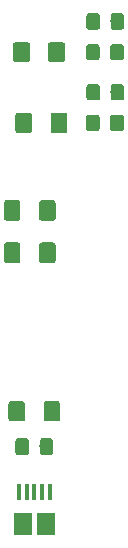
<source format=gbr>
G04 #@! TF.GenerationSoftware,KiCad,Pcbnew,6.0.0-unknown-ea0edab~86~ubuntu18.04.1*
G04 #@! TF.CreationDate,2019-07-07T14:50:01+02:00*
G04 #@! TF.ProjectId,interface,696e7465-7266-4616-9365-2e6b69636164,rev?*
G04 #@! TF.SameCoordinates,Original*
G04 #@! TF.FileFunction,Paste,Top*
G04 #@! TF.FilePolarity,Positive*
%FSLAX46Y46*%
G04 Gerber Fmt 4.6, Leading zero omitted, Abs format (unit mm)*
G04 Created by KiCad (PCBNEW 6.0.0-unknown-ea0edab~86~ubuntu18.04.1) date 2019-07-07 14:50:01*
%MOMM*%
%LPD*%
G04 APERTURE LIST*
%ADD10C,0.100000*%
%ADD11C,1.425000*%
%ADD12R,1.500000X1.900000*%
%ADD13R,0.400000X1.350000*%
%ADD14C,1.150000*%
G04 APERTURE END LIST*
D10*
G36*
X101670671Y-93744030D02*
G01*
X101751777Y-93798223D01*
X101805970Y-93879329D01*
X101825000Y-93975000D01*
X101825000Y-95225000D01*
X101805970Y-95320671D01*
X101751777Y-95401777D01*
X101670671Y-95455970D01*
X101575000Y-95475000D01*
X100650000Y-95475000D01*
X100554329Y-95455970D01*
X100473223Y-95401777D01*
X100419030Y-95320671D01*
X100400000Y-95225000D01*
X100400000Y-93975000D01*
X100419030Y-93879329D01*
X100473223Y-93798223D01*
X100554329Y-93744030D01*
X100650000Y-93725000D01*
X101575000Y-93725000D01*
X101670671Y-93744030D01*
X101670671Y-93744030D01*
G37*
D11*
X101112500Y-94600000D03*
D10*
G36*
X104645671Y-93744030D02*
G01*
X104726777Y-93798223D01*
X104780970Y-93879329D01*
X104800000Y-93975000D01*
X104800000Y-95225000D01*
X104780970Y-95320671D01*
X104726777Y-95401777D01*
X104645671Y-95455970D01*
X104550000Y-95475000D01*
X103625000Y-95475000D01*
X103529329Y-95455970D01*
X103448223Y-95401777D01*
X103394030Y-95320671D01*
X103375000Y-95225000D01*
X103375000Y-93975000D01*
X103394030Y-93879329D01*
X103448223Y-93798223D01*
X103529329Y-93744030D01*
X103625000Y-93725000D01*
X104550000Y-93725000D01*
X104645671Y-93744030D01*
X104645671Y-93744030D01*
G37*
D11*
X104087500Y-94600000D03*
D12*
X102000000Y-117537500D03*
D13*
X103000000Y-114837500D03*
X103650000Y-114837500D03*
X104300000Y-114837500D03*
X101700000Y-114837500D03*
X102350000Y-114837500D03*
D12*
X104000000Y-117537500D03*
D10*
G36*
X110445671Y-80319030D02*
G01*
X110526777Y-80373223D01*
X110580970Y-80454329D01*
X110600000Y-80549999D01*
X110600000Y-81450001D01*
X110580970Y-81545671D01*
X110526777Y-81626777D01*
X110445671Y-81680970D01*
X110350001Y-81700000D01*
X109699999Y-81700000D01*
X109604329Y-81680970D01*
X109523223Y-81626777D01*
X109469030Y-81545671D01*
X109450000Y-81450001D01*
X109450000Y-80549999D01*
X109469030Y-80454329D01*
X109523223Y-80373223D01*
X109604329Y-80319030D01*
X109699999Y-80300000D01*
X110350001Y-80300000D01*
X110445671Y-80319030D01*
X110445671Y-80319030D01*
G37*
D14*
X110025000Y-81000000D03*
D10*
G36*
X108395671Y-80319030D02*
G01*
X108476777Y-80373223D01*
X108530970Y-80454329D01*
X108550000Y-80549999D01*
X108550000Y-81450001D01*
X108530970Y-81545671D01*
X108476777Y-81626777D01*
X108395671Y-81680970D01*
X108300001Y-81700000D01*
X107649999Y-81700000D01*
X107554329Y-81680970D01*
X107473223Y-81626777D01*
X107419030Y-81545671D01*
X107400000Y-81450001D01*
X107400000Y-80549999D01*
X107419030Y-80454329D01*
X107473223Y-80373223D01*
X107554329Y-80319030D01*
X107649999Y-80300000D01*
X108300001Y-80300000D01*
X108395671Y-80319030D01*
X108395671Y-80319030D01*
G37*
D14*
X107975000Y-81000000D03*
D10*
G36*
X108370671Y-82919030D02*
G01*
X108451777Y-82973223D01*
X108505970Y-83054329D01*
X108525000Y-83149999D01*
X108525000Y-84050001D01*
X108505970Y-84145671D01*
X108451777Y-84226777D01*
X108370671Y-84280970D01*
X108275001Y-84300000D01*
X107624999Y-84300000D01*
X107529329Y-84280970D01*
X107448223Y-84226777D01*
X107394030Y-84145671D01*
X107375000Y-84050001D01*
X107375000Y-83149999D01*
X107394030Y-83054329D01*
X107448223Y-82973223D01*
X107529329Y-82919030D01*
X107624999Y-82900000D01*
X108275001Y-82900000D01*
X108370671Y-82919030D01*
X108370671Y-82919030D01*
G37*
D14*
X107950000Y-83600000D03*
D10*
G36*
X110420671Y-82919030D02*
G01*
X110501777Y-82973223D01*
X110555970Y-83054329D01*
X110575000Y-83149999D01*
X110575000Y-84050001D01*
X110555970Y-84145671D01*
X110501777Y-84226777D01*
X110420671Y-84280970D01*
X110325001Y-84300000D01*
X109674999Y-84300000D01*
X109579329Y-84280970D01*
X109498223Y-84226777D01*
X109444030Y-84145671D01*
X109425000Y-84050001D01*
X109425000Y-83149999D01*
X109444030Y-83054329D01*
X109498223Y-82973223D01*
X109579329Y-82919030D01*
X109674999Y-82900000D01*
X110325001Y-82900000D01*
X110420671Y-82919030D01*
X110420671Y-82919030D01*
G37*
D14*
X110000000Y-83600000D03*
D10*
G36*
X110420671Y-76919030D02*
G01*
X110501777Y-76973223D01*
X110555970Y-77054329D01*
X110575000Y-77149999D01*
X110575000Y-78050001D01*
X110555970Y-78145671D01*
X110501777Y-78226777D01*
X110420671Y-78280970D01*
X110325001Y-78300000D01*
X109674999Y-78300000D01*
X109579329Y-78280970D01*
X109498223Y-78226777D01*
X109444030Y-78145671D01*
X109425000Y-78050001D01*
X109425000Y-77149999D01*
X109444030Y-77054329D01*
X109498223Y-76973223D01*
X109579329Y-76919030D01*
X109674999Y-76900000D01*
X110325001Y-76900000D01*
X110420671Y-76919030D01*
X110420671Y-76919030D01*
G37*
D14*
X110000000Y-77600000D03*
D10*
G36*
X108370671Y-76919030D02*
G01*
X108451777Y-76973223D01*
X108505970Y-77054329D01*
X108525000Y-77149999D01*
X108525000Y-78050001D01*
X108505970Y-78145671D01*
X108451777Y-78226777D01*
X108370671Y-78280970D01*
X108275001Y-78300000D01*
X107624999Y-78300000D01*
X107529329Y-78280970D01*
X107448223Y-78226777D01*
X107394030Y-78145671D01*
X107375000Y-78050001D01*
X107375000Y-77149999D01*
X107394030Y-77054329D01*
X107448223Y-76973223D01*
X107529329Y-76919030D01*
X107624999Y-76900000D01*
X108275001Y-76900000D01*
X108370671Y-76919030D01*
X108370671Y-76919030D01*
G37*
D14*
X107950000Y-77600000D03*
D10*
G36*
X108395671Y-74319030D02*
G01*
X108476777Y-74373223D01*
X108530970Y-74454329D01*
X108550000Y-74549999D01*
X108550000Y-75450001D01*
X108530970Y-75545671D01*
X108476777Y-75626777D01*
X108395671Y-75680970D01*
X108300001Y-75700000D01*
X107649999Y-75700000D01*
X107554329Y-75680970D01*
X107473223Y-75626777D01*
X107419030Y-75545671D01*
X107400000Y-75450001D01*
X107400000Y-74549999D01*
X107419030Y-74454329D01*
X107473223Y-74373223D01*
X107554329Y-74319030D01*
X107649999Y-74300000D01*
X108300001Y-74300000D01*
X108395671Y-74319030D01*
X108395671Y-74319030D01*
G37*
D14*
X107975000Y-75000000D03*
D10*
G36*
X110445671Y-74319030D02*
G01*
X110526777Y-74373223D01*
X110580970Y-74454329D01*
X110600000Y-74549999D01*
X110600000Y-75450001D01*
X110580970Y-75545671D01*
X110526777Y-75626777D01*
X110445671Y-75680970D01*
X110350001Y-75700000D01*
X109699999Y-75700000D01*
X109604329Y-75680970D01*
X109523223Y-75626777D01*
X109469030Y-75545671D01*
X109450000Y-75450001D01*
X109450000Y-74549999D01*
X109469030Y-74454329D01*
X109523223Y-74373223D01*
X109604329Y-74319030D01*
X109699999Y-74300000D01*
X110350001Y-74300000D01*
X110445671Y-74319030D01*
X110445671Y-74319030D01*
G37*
D14*
X110025000Y-75000000D03*
D10*
G36*
X105045671Y-107144030D02*
G01*
X105126777Y-107198223D01*
X105180970Y-107279329D01*
X105200000Y-107375000D01*
X105200000Y-108625000D01*
X105180970Y-108720671D01*
X105126777Y-108801777D01*
X105045671Y-108855970D01*
X104950000Y-108875000D01*
X104025000Y-108875000D01*
X103929329Y-108855970D01*
X103848223Y-108801777D01*
X103794030Y-108720671D01*
X103775000Y-108625000D01*
X103775000Y-107375000D01*
X103794030Y-107279329D01*
X103848223Y-107198223D01*
X103929329Y-107144030D01*
X104025000Y-107125000D01*
X104950000Y-107125000D01*
X105045671Y-107144030D01*
X105045671Y-107144030D01*
G37*
D11*
X104487500Y-108000000D03*
D10*
G36*
X102070671Y-107144030D02*
G01*
X102151777Y-107198223D01*
X102205970Y-107279329D01*
X102225000Y-107375000D01*
X102225000Y-108625000D01*
X102205970Y-108720671D01*
X102151777Y-108801777D01*
X102070671Y-108855970D01*
X101975000Y-108875000D01*
X101050000Y-108875000D01*
X100954329Y-108855970D01*
X100873223Y-108801777D01*
X100819030Y-108720671D01*
X100800000Y-108625000D01*
X100800000Y-107375000D01*
X100819030Y-107279329D01*
X100873223Y-107198223D01*
X100954329Y-107144030D01*
X101050000Y-107125000D01*
X101975000Y-107125000D01*
X102070671Y-107144030D01*
X102070671Y-107144030D01*
G37*
D11*
X101512500Y-108000000D03*
D10*
G36*
X104445671Y-110319030D02*
G01*
X104526777Y-110373223D01*
X104580970Y-110454329D01*
X104600000Y-110549999D01*
X104600000Y-111450001D01*
X104580970Y-111545671D01*
X104526777Y-111626777D01*
X104445671Y-111680970D01*
X104350001Y-111700000D01*
X103699999Y-111700000D01*
X103604329Y-111680970D01*
X103523223Y-111626777D01*
X103469030Y-111545671D01*
X103450000Y-111450001D01*
X103450000Y-110549999D01*
X103469030Y-110454329D01*
X103523223Y-110373223D01*
X103604329Y-110319030D01*
X103699999Y-110300000D01*
X104350001Y-110300000D01*
X104445671Y-110319030D01*
X104445671Y-110319030D01*
G37*
D14*
X104025000Y-111000000D03*
D10*
G36*
X102395671Y-110319030D02*
G01*
X102476777Y-110373223D01*
X102530970Y-110454329D01*
X102550000Y-110549999D01*
X102550000Y-111450001D01*
X102530970Y-111545671D01*
X102476777Y-111626777D01*
X102395671Y-111680970D01*
X102300001Y-111700000D01*
X101649999Y-111700000D01*
X101554329Y-111680970D01*
X101473223Y-111626777D01*
X101419030Y-111545671D01*
X101400000Y-111450001D01*
X101400000Y-110549999D01*
X101419030Y-110454329D01*
X101473223Y-110373223D01*
X101554329Y-110319030D01*
X101649999Y-110300000D01*
X102300001Y-110300000D01*
X102395671Y-110319030D01*
X102395671Y-110319030D01*
G37*
D14*
X101975000Y-111000000D03*
D10*
G36*
X101670671Y-90144030D02*
G01*
X101751777Y-90198223D01*
X101805970Y-90279329D01*
X101825000Y-90375000D01*
X101825000Y-91625000D01*
X101805970Y-91720671D01*
X101751777Y-91801777D01*
X101670671Y-91855970D01*
X101575000Y-91875000D01*
X100650000Y-91875000D01*
X100554329Y-91855970D01*
X100473223Y-91801777D01*
X100419030Y-91720671D01*
X100400000Y-91625000D01*
X100400000Y-90375000D01*
X100419030Y-90279329D01*
X100473223Y-90198223D01*
X100554329Y-90144030D01*
X100650000Y-90125000D01*
X101575000Y-90125000D01*
X101670671Y-90144030D01*
X101670671Y-90144030D01*
G37*
D11*
X101112500Y-91000000D03*
D10*
G36*
X104645671Y-90144030D02*
G01*
X104726777Y-90198223D01*
X104780970Y-90279329D01*
X104800000Y-90375000D01*
X104800000Y-91625000D01*
X104780970Y-91720671D01*
X104726777Y-91801777D01*
X104645671Y-91855970D01*
X104550000Y-91875000D01*
X103625000Y-91875000D01*
X103529329Y-91855970D01*
X103448223Y-91801777D01*
X103394030Y-91720671D01*
X103375000Y-91625000D01*
X103375000Y-90375000D01*
X103394030Y-90279329D01*
X103448223Y-90198223D01*
X103529329Y-90144030D01*
X103625000Y-90125000D01*
X104550000Y-90125000D01*
X104645671Y-90144030D01*
X104645671Y-90144030D01*
G37*
D11*
X104087500Y-91000000D03*
D10*
G36*
X102670671Y-82744030D02*
G01*
X102751777Y-82798223D01*
X102805970Y-82879329D01*
X102825000Y-82975000D01*
X102825000Y-84225000D01*
X102805970Y-84320671D01*
X102751777Y-84401777D01*
X102670671Y-84455970D01*
X102575000Y-84475000D01*
X101650000Y-84475000D01*
X101554329Y-84455970D01*
X101473223Y-84401777D01*
X101419030Y-84320671D01*
X101400000Y-84225000D01*
X101400000Y-82975000D01*
X101419030Y-82879329D01*
X101473223Y-82798223D01*
X101554329Y-82744030D01*
X101650000Y-82725000D01*
X102575000Y-82725000D01*
X102670671Y-82744030D01*
X102670671Y-82744030D01*
G37*
D11*
X102112500Y-83600000D03*
D10*
G36*
X105645671Y-82744030D02*
G01*
X105726777Y-82798223D01*
X105780970Y-82879329D01*
X105800000Y-82975000D01*
X105800000Y-84225000D01*
X105780970Y-84320671D01*
X105726777Y-84401777D01*
X105645671Y-84455970D01*
X105550000Y-84475000D01*
X104625000Y-84475000D01*
X104529329Y-84455970D01*
X104448223Y-84401777D01*
X104394030Y-84320671D01*
X104375000Y-84225000D01*
X104375000Y-82975000D01*
X104394030Y-82879329D01*
X104448223Y-82798223D01*
X104529329Y-82744030D01*
X104625000Y-82725000D01*
X105550000Y-82725000D01*
X105645671Y-82744030D01*
X105645671Y-82744030D01*
G37*
D11*
X105087500Y-83600000D03*
D10*
G36*
X102470671Y-76744030D02*
G01*
X102551777Y-76798223D01*
X102605970Y-76879329D01*
X102625000Y-76975000D01*
X102625000Y-78225000D01*
X102605970Y-78320671D01*
X102551777Y-78401777D01*
X102470671Y-78455970D01*
X102375000Y-78475000D01*
X101450000Y-78475000D01*
X101354329Y-78455970D01*
X101273223Y-78401777D01*
X101219030Y-78320671D01*
X101200000Y-78225000D01*
X101200000Y-76975000D01*
X101219030Y-76879329D01*
X101273223Y-76798223D01*
X101354329Y-76744030D01*
X101450000Y-76725000D01*
X102375000Y-76725000D01*
X102470671Y-76744030D01*
X102470671Y-76744030D01*
G37*
D11*
X101912500Y-77600000D03*
D10*
G36*
X105445671Y-76744030D02*
G01*
X105526777Y-76798223D01*
X105580970Y-76879329D01*
X105600000Y-76975000D01*
X105600000Y-78225000D01*
X105580970Y-78320671D01*
X105526777Y-78401777D01*
X105445671Y-78455970D01*
X105350000Y-78475000D01*
X104425000Y-78475000D01*
X104329329Y-78455970D01*
X104248223Y-78401777D01*
X104194030Y-78320671D01*
X104175000Y-78225000D01*
X104175000Y-76975000D01*
X104194030Y-76879329D01*
X104248223Y-76798223D01*
X104329329Y-76744030D01*
X104425000Y-76725000D01*
X105350000Y-76725000D01*
X105445671Y-76744030D01*
X105445671Y-76744030D01*
G37*
D11*
X104887500Y-77600000D03*
M02*

</source>
